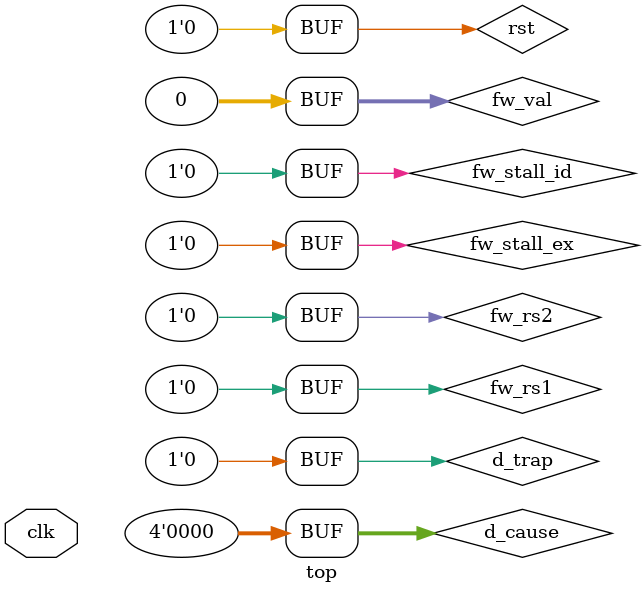
<source format=sv>


module top(
    input logic clk
);
    wire rst = 0;
    reg[7:0] cycle;
    always @(posedge clk) begin
        cycle <= cycle + 1;
    end
    
    // IF/ID: Result valid.
    logic        d_valid;
    // IF/ID: Current instruction PC.
    logic[31:2]  d_pc;
    // IF/ID: Current instruction word.
    logic[31:0]  d_insn;
    // IF/ID: Trap raised.
    logic        d_trap;
    // IF/ID: Trap cause.
    logic[3:0]   d_cause;
    
    // ID/EX: Result valid.
    logic        q_valid;
    // ID/EX: Current instruction PC.
    logic[31:1]  q_pc;
    // ID/EX: Current instruction word.
    logic[31:0]  q_insn;
    // ID/EX: Stores to register RD.
    logic        q_use_rd;
    // ID/EX: Uses register RS1.
    logic        q_use_rs1;
    // ID/EX: Uses register RS2.
    logic        q_use_rs2;
    // ID/EX: Value from RS1 register.
    logic[31:0]  q_rs1_val;
    // ID/EX: Value from RS2 register.
    logic[31:0]  q_rs2_val;
    // ID/EX: Conditional branch.
    logic        q_branch;
    // ID/EX: Branch prediction result.
    logic        q_branch_predict;
    // ID/EX: Trap raised.
    logic        q_trap;
    // ID/EX: Trap cause.
    logic[3:0]   q_cause;
    
    // MRET or SRET instruction.
    logic        is_xret;
    // Is SRET instead of MRET.
    logic        is_sret;
    // Unconditional jump.
    logic        is_jump;
    // Conditional branch.
    logic        is_branch;
    // Branch predicted.
    logic        branch_predict;
    // Branch target address.
    logic[31:1]  branch_target;
    
    // Stall ID stage.
    logic        fw_stall_id;
    // Stall EX stage.
    logic        fw_stall_ex;
    
    // Branch target address uses RS1.
    logic        bt_use_rs1;
    // Branch target address forwarding value.
    logic[31:0]  fw_bt_val;
    
    // Forward value to RS1.
    wire         fw_rs1 = 0;
    // Forward value to RS2.
    wire         fw_rs2 = 0;
    // Forwarding value.
    wire [31:0]  fw_val = 0;
    
    boa_stage_id stage_id(
        clk, rst,
        d_valid, d_pc, d_insn, d_trap, d_cause,
        q_valid, q_pc, q_insn, q_use_rd, q_use_rs1, q_use_rs2, q_rs1_val, q_rs2_val, q_branch, q_branch_predict, q_trap, q_cause,
        is_xret, is_sret, is_jump, is_branch, branch_predict, branch_target,
        0, 0, 0,
        fw_stall_id, fw_stall_ex,
        bt_use_rs1, fw_bt_val, fw_rs1, fw_rs2, fw_val
    );
    
    always @(*) begin
        case (cycle)
            default: begin d_valid = 0; d_pc = 0; d_insn = 0; d_trap = 0; d_cause = 0; fw_stall_id = 0; fw_stall_ex = 0; end
            
            0: begin d_valid = 1; d_pc = 0; d_insn = 32'h0000106f; d_trap = 0; d_cause = 0; fw_stall_id = 0; fw_stall_ex = 0; end
            1: begin d_valid = 1; d_pc = 2; d_insn = 32'h00900093; d_trap = 0; d_cause = 0; fw_stall_id = 0; fw_stall_ex = 0; end
            2: begin d_valid = 1; d_pc = 4; d_insn = 32'h00001463; d_trap = 0; d_cause = 0; fw_stall_id = 0; fw_stall_ex = 0; end
            4: begin d_valid = 1; d_pc = 6; d_insn = 32'h7fd0006f; d_trap = 0; d_cause = 0; fw_stall_id = 0; fw_stall_ex = 0; end
        endcase
    end
endmodule

</source>
